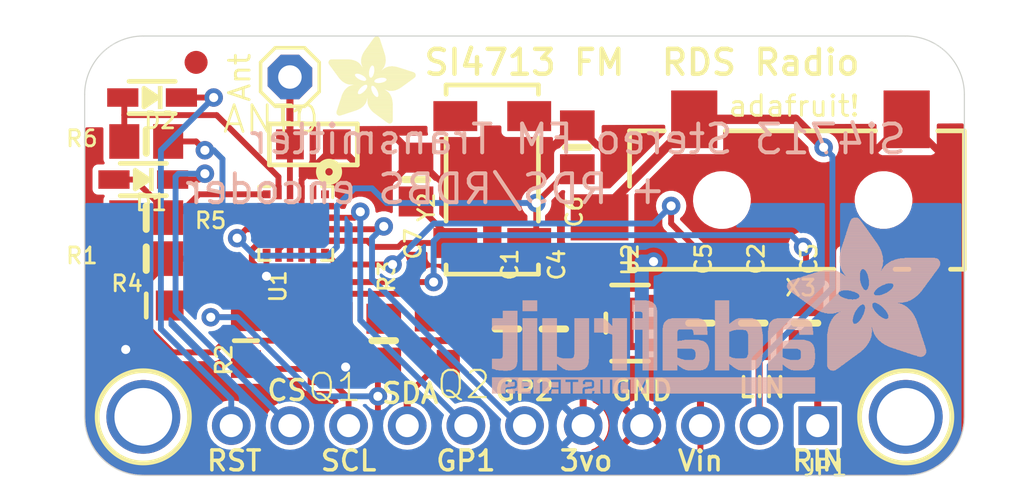
<source format=kicad_pcb>
(kicad_pcb (version 20221018) (generator pcbnew)
  (layers (0 "F.Cu" signal) (31 "B.Cu" signal) (34 "B.Paste" user) (35 "F.Paste" user) (36 "B.SilkS" user "B.Silkscreen") (37 "F.SilkS" user "F.Silkscreen") (38 "B.Mask" user) (39 "F.Mask" user) (44 "Edge.Cuts" user))
  (net 0 "")
  (net 1 "GND")
  (net 2 "N$3")
  (net 3 "N$4")
  (net 4 "LIN")
  (net 5 "RIN")
  (net 6 "RCLK")
  (net 7 "SEN(AD/CS)")
  (net 8 "RST")
  (net 9 "N$1")
  (net 10 "GPO1")
  (net 11 "GPO2")
  (net 12 "SDA_3.3V")
  (net 13 "SCL_3.3V")
  (net 14 "SDA_5.0V")
  (net 15 "SCL_5.0V")
  (net 16 "+3V3")
  (net 17 "+5V")
  (net 18 "CS_5.0V")
  (net 19 "RST_5.0V")
  (net 20 "N$6")
  (footprint "working:1X11_ROUND" (layer "F.Cu") (at 148.5011 112.3696 180)
    (fp_text reference "JP1" (at -14.0462 -1.8288) (layer "F.SilkS") (effects (font (size 0.692831 0.692831) (thickness 0.119969)) (justify right)))
    (fp_text value "")
    (pad "1" thru_hole rect (at -12.7 0 270) (size 1.6764 1.6764) (drill 1) (layers "*.Cu" "*.Mask") (net 5 "RIN"))
    (pad "2" thru_hole circle (at -10.16 0 270) (size 1.6764 1.6764) (drill 1) (layers "*.Cu" "*.Mask") (net 4 "LIN"))
    (pad "3" thru_hole circle (at -7.62 0 270) (size 1.6764 1.6764) (drill 1) (layers "*.Cu" "*.Mask") (net 17 "+5V"))
    (pad "4" thru_hole circle (at -5.08 0 270) (size 1.6764 1.6764) (drill 1) (layers "*.Cu" "*.Mask") (net 1 "GND"))
    (pad "5" thru_hole circle (at -2.54 0 270) (size 1.6764 1.6764) (drill 1) (layers "*.Cu" "*.Mask") (net 16 "+3V3"))
    (pad "6" thru_hole circle (at 0 0 270) (size 1.6764 1.6764) (drill 1) (layers "*.Cu" "*.Mask") (net 11 "GPO2"))
    (pad "7" thru_hole circle (at 2.54 0 270) (size 1.6764 1.6764) (drill 1) (layers "*.Cu" "*.Mask") (net 10 "GPO1"))
    (pad "8" thru_hole circle (at 5.08 0 270) (size 1.6764 1.6764) (drill 1) (layers "*.Cu" "*.Mask") (net 14 "SDA_5.0V"))
    (pad "9" thru_hole circle (at 7.62 0 270) (size 1.6764 1.6764) (drill 1) (layers "*.Cu" "*.Mask") (net 15 "SCL_5.0V"))
    (pad "10" thru_hole circle (at 10.16 0 270) (size 1.6764 1.6764) (drill 1) (layers "*.Cu" "*.Mask") (net 18 "CS_5.0V"))
    (pad "11" thru_hole circle (at 12.7 0 270) (size 1.6764 1.6764) (drill 1) (layers "*.Cu" "*.Mask") (net 19 "RST_5.0V"))
  )
  (footprint "working:4UCONN_19269" (layer "F.Cu") (at 167.5511 102.5906 180)
    (fp_text reference "X3" (at 6.35 -3.81) (layer "F.SilkS") (effects (font (size 0.692831 0.692831) (thickness 0.119969)) (justify right)))
    (fp_text value "3.5mm stereo")
    (pad "" np_thru_hole circle (at 3.5 0 180) (size 2 2) (drill 2) (layers "*.Cu" "*.Mask"))
    (pad "" np_thru_hole circle (at 10.5 0 180) (size 2 2) (drill 2) (layers "*.Cu" "*.Mask"))
    (pad "1" smd rect (at 2.5 3.5 180) (size 2 2.5) (layers "F.Cu" "F.Paste" "F.Mask") (net 1 "GND"))
    (pad "2" smd rect (at 11.7 3.5 180) (size 2 2.5) (layers "F.Cu" "F.Paste" "F.Mask") (net 4 "LIN"))
    (pad "3" smd rect (at 4.3 -3.5 180) (size 2 2.5) (layers "F.Cu" "F.Paste" "F.Mask") (net 5 "RIN"))
    (pad "4" smd rect (at 15.8 -0.75 270) (size 2 2.5) (layers "F.Cu" "F.Paste" "F.Mask") (net 4 "LIN"))
    (pad "5" smd rect (at 1.5 -3.5 180) (size 1.2 2.5) (layers "F.Cu" "F.Paste" "F.Mask") (net 5 "RIN"))
  )
  (footprint "working:SOD-323" (layer "F.Cu") (at 132.3721 98.1456 180)
    (fp_text reference "D2" (at -1.1 -1) (layer "F.SilkS") (effects (font (size 0.692831 0.692831) (thickness 0.119969)) (justify right)))
    (fp_text value "1n4148")
    (pad "A" smd rect (at 1.27 0 180) (size 1.35 0.8) (layers "F.Cu" "F.Paste" "F.Mask") (net 8 "RST"))
    (pad "C" smd rect (at -1.27 0 180) (size 1.35 0.8) (layers "F.Cu" "F.Paste" "F.Mask") (net 19 "RST_5.0V"))
  )
  (footprint "working:0805-NO" (layer "F.Cu") (at 158.4071 107.9246 90)
    (fp_text reference "C2" (at 2.032 0.127 90) (layer "F.SilkS") (effects (font (size 0.692831 0.692831) (thickness 0.119969)) (justify left)))
    (fp_text value "0.47uF")
    (pad "1" smd rect (at -0.95 0 90) (size 1.3 1.5) (layers "F.Cu" "F.Paste" "F.Mask") (net 4 "LIN"))
    (pad "2" smd rect (at 0.95 0 90) (size 1.3 1.5) (layers "F.Cu" "F.Paste" "F.Mask") (net 2 "N$3"))
  )
  (footprint "working:1X01" (layer "F.Cu") (at 138.3411 97.2566 180)
    (fp_text reference "ANT0" (at -1.3462 -1.8288) (layer "F.SilkS") (effects (font (size 1.1557 1.1557) (thickness 0.1143)) (justify right)))
    (fp_text value "")
    (pad "1" thru_hole roundrect (at 0 0 180) (size 1.9304 1.9304) (drill 1.016) (layers "*.Cu" "*.Mask") (chamfer_ratio 0.2928932188) (chamfer top_left top_right bottom_left bottom_right) (net 9 "N$1"))
  )
  (footprint "working:ADAFRUIT_3.5MM" (layer "F.Cu") (at 139.9921 99.2886)
    (fp_text reference "U$7" hide)
    (fp_text value "" hide)
  )
  (footprint "working:SI471X" (layer "F.Cu") (at 138.5951 103.6066 -90)
    (fp_text reference "U1" (at 1.955 0.77 90) (layer "F.SilkS") (effects (font (size 0.692831 0.692831) (thickness 0.119969)) (justify right)))
    (fp_text value "Si471x")
    (pad "1" smd rect (at -1.265 -1.265 270) (size 0.34 0.34) (layers "F.Cu" "F.Paste" "F.Mask"))
    (pad "2" smd rect (at -1.355 -0.75) (size 0.28 0.61) (layers "F.Cu" "F.Paste" "F.Mask"))
    (pad "3" smd rect (at -1.355 -0.25) (size 0.28 0.61) (layers "F.Cu" "F.Paste" "F.Mask") (net 1 "GND"))
    (pad "4" smd rect (at -1.355 0.25) (size 0.28 0.61) (layers "F.Cu" "F.Paste" "F.Mask") (net 9 "N$1"))
    (pad "5" smd rect (at -1.355 0.75) (size 0.28 0.61) (layers "F.Cu" "F.Paste" "F.Mask") (net 8 "RST"))
    (pad "6" smd rect (at -1.265 1.265 270) (size 0.34 0.34) (layers "F.Cu" "F.Paste" "F.Mask") (net 7 "SEN(AD/CS)"))
    (pad "7" smd rect (at -0.75 1.355 90) (size 0.28 0.61) (layers "F.Cu" "F.Paste" "F.Mask") (net 13 "SCL_3.3V"))
    (pad "8" smd rect (at -0.25 1.355 90) (size 0.28 0.61) (layers "F.Cu" "F.Paste" "F.Mask") (net 12 "SDA_3.3V"))
    (pad "9" smd rect (at 0.25 1.355 90) (size 0.28 0.61) (layers "F.Cu" "F.Paste" "F.Mask") (net 6 "RCLK"))
    (pad "10" smd rect (at 0.75 1.355 90) (size 0.28 0.61) (layers "F.Cu" "F.Paste" "F.Mask") (net 16 "+3V3"))
    (pad "11" smd rect (at 1.265 1.265 270) (size 0.34 0.34) (layers "F.Cu" "F.Paste" "F.Mask") (net 16 "+3V3"))
    (pad "12" smd rect (at 1.355 0.75 180) (size 0.28 0.61) (layers "F.Cu" "F.Paste" "F.Mask") (net 1 "GND"))
    (pad "13" smd rect (at 1.355 0.25 180) (size 0.28 0.61) (layers "F.Cu" "F.Paste" "F.Mask") (net 1 "GND"))
    (pad "14" smd rect (at 1.355 -0.25 180) (size 0.28 0.61) (layers "F.Cu" "F.Paste" "F.Mask") (net 1 "GND"))
    (pad "15" smd rect (at 1.355 -0.75 180) (size 0.28 0.61) (layers "F.Cu" "F.Paste" "F.Mask") (net 3 "N$4"))
    (pad "16" smd rect (at 1.265 -1.265 270) (size 0.34 0.34) (layers "F.Cu" "F.Paste" "F.Mask") (net 2 "N$3"))
    (pad "17" smd rect (at 0.75 -1.355 270) (size 0.28 0.61) (layers "F.Cu" "F.Paste" "F.Mask") (net 20 "N$6"))
    (pad "18" smd rect (at 0.25 -1.355 270) (size 0.28 0.61) (layers "F.Cu" "F.Paste" "F.Mask") (net 11 "GPO2"))
    (pad "19" smd rect (at -0.25 -1.355 270) (size 0.28 0.61) (layers "F.Cu" "F.Paste" "F.Mask") (net 10 "GPO1"))
    (pad "20" smd rect (at -0.75 -1.355 270) (size 0.28 0.61) (layers "F.Cu" "F.Paste" "F.Mask"))
    (pad "THERM" smd rect (at 0 0 270) (size 1.6 1.6) (layers "F.Cu" "F.Paste" "F.Mask") (net 1 "GND"))
  )
  (footprint "working:MOUNTINGHOLE_2.5_PLATED" (layer "F.Cu") (at 131.9911 111.9886 180)
    (fp_text reference "U$17" hide)
    (fp_text value "MOUNTINGHOLE2.5" hide)
    (pad "P$1" thru_hole circle (at 0 0 180) (size 3.2 3.2) (drill 2.5) (layers "*.Cu" "*.Mask"))
    (zone (net 0) (net_name "") (layer "F.Cu") (connect_pads (clearance 0)) (min_thickness 0.25)
      (keepout (tracks not_allowed) (vias not_allowed) (pads not_allowed) (copperpour not_allowed) (footprints allowed))
      (fill (thermal_gap 0.5) (thermal_bridge_width 0.5))
      (polygon (pts (xy 129.9751 111.9886) (xy 129.99472 112.269173) (xy 130.053196 112.544285) (xy 130.149392 112.808581) (xy 130.281435 113.056917) (xy 130.446754 113.28446) (xy 130.642133 113.48678) (xy 130.863767 113.65994) (xy 131.107344 113.800569) (xy 131.368122 113.90593) (xy 131.641025 113.973972) (xy 131.920743 114.003372) (xy 132.201829 113.993556) (xy 132.478815 113.944716) (xy 132.746307 113.857803) (xy 132.9991 113.734507) (xy 133.232274 113.57723) (xy 133.441289 113.389031) (xy 133.622078 113.173575) (xy 133.771122 112.935055) (xy 133.88552 112.678113) (xy 133.963046 112.40775) (xy 134.002189 112.129229) (xy 134.002189 111.847971) (xy 133.963046 111.56945) (xy 133.88552 111.299087) (xy 133.771122 111.042145) (xy 133.622078 110.803625) (xy 133.441289 110.588169) (xy 133.232274 110.39997) (xy 132.9991 110.242693) (xy 132.746307 110.119397) (xy 132.478815 110.032484) (xy 132.201829 109.983644) (xy 131.920743 109.973828) (xy 131.641025 110.003228) (xy 131.368122 110.07127) (xy 131.107344 110.176631) (xy 130.863767 110.31726) (xy 130.642133 110.49042) (xy 130.446754 110.69274) (xy 130.281435 110.920283) (xy 130.149392 111.168619) (xy 130.053196 111.432915) (xy 129.99472 111.708027)))
      (polygon (pts (xy 132.0071 111.9886) (xy 132.002414 111.977286) (xy 131.9911 111.9726) (xy 131.979786 111.977286) (xy 131.9751 111.9886) (xy 131.979786 111.999914) (xy 131.9911 112.0046) (xy 132.002414 111.999914)))
    )
    (zone (net 0) (net_name "") (layer "B.Cu") (connect_pads (clearance 0)) (min_thickness 0.25)
      (keepout (tracks not_allowed) (vias not_allowed) (pads not_allowed) (copperpour not_allowed) (footprints allowed))
      (fill (thermal_gap 0.5) (thermal_bridge_width 0.5))
      (polygon (pts (xy 129.9751 111.9886) (xy 129.99472 112.269173) (xy 130.053196 112.544285) (xy 130.149392 112.808581) (xy 130.281435 113.056917) (xy 130.446754 113.28446) (xy 130.642133 113.48678) (xy 130.863767 113.65994) (xy 131.107344 113.800569) (xy 131.368122 113.90593) (xy 131.641025 113.973972) (xy 131.920743 114.003372) (xy 132.201829 113.993556) (xy 132.478815 113.944716) (xy 132.746307 113.857803) (xy 132.9991 113.734507) (xy 133.232274 113.57723) (xy 133.441289 113.389031) (xy 133.622078 113.173575) (xy 133.771122 112.935055) (xy 133.88552 112.678113) (xy 133.963046 112.40775) (xy 134.002189 112.129229) (xy 134.002189 111.847971) (xy 133.963046 111.56945) (xy 133.88552 111.299087) (xy 133.771122 111.042145) (xy 133.622078 110.803625) (xy 133.441289 110.588169) (xy 133.232274 110.39997) (xy 132.9991 110.242693) (xy 132.746307 110.119397) (xy 132.478815 110.032484) (xy 132.201829 109.983644) (xy 131.920743 109.973828) (xy 131.641025 110.003228) (xy 131.368122 110.07127) (xy 131.107344 110.176631) (xy 130.863767 110.31726) (xy 130.642133 110.49042) (xy 130.446754 110.69274) (xy 130.281435 110.920283) (xy 130.149392 111.168619) (xy 130.053196 111.432915) (xy 129.99472 111.708027)))
      (polygon (pts (xy 132.0071 111.9886) (xy 132.002414 111.977286) (xy 131.9911 111.9726) (xy 131.979786 111.977286) (xy 131.9751 111.9886) (xy 131.979786 111.999914) (xy 131.9911 112.0046) (xy 132.002414 111.999914)))
    )
  )
  (footprint "working:0805-NO" (layer "F.Cu") (at 156.1211 107.9246 90)
    (fp_text reference "C5" (at 2.032 0.127 90) (layer "F.SilkS") (effects (font (size 0.692831 0.692831) (thickness 0.119969)) (justify left)))
    (fp_text value "10uF")
    (pad "1" smd rect (at -0.95 0 90) (size 1.3 1.5) (layers "F.Cu" "F.Paste" "F.Mask") (net 17 "+5V"))
    (pad "2" smd rect (at 0.95 0 90) (size 1.3 1.5) (layers "F.Cu" "F.Paste" "F.Mask") (net 1 "GND"))
  )
  (footprint "working:_0805MP" (layer "F.Cu") (at 132.1181 107.1626)
    (fp_text reference "R4" (at -1.5875 -0.9525) (layer "F.SilkS") (effects (font (size 0.692831 0.692831) (thickness 0.119969)) (justify left)))
    (fp_text value "10K")
    (pad "1" smd rect (at -1.016 0) (size 1.2 1.3) (layers "F.Cu" "F.Paste" "F.Mask") (net 16 "+3V3"))
    (pad "2" smd rect (at 1.016 0) (size 1.2 1.3) (layers "F.Cu" "F.Paste" "F.Mask") (net 12 "SDA_3.3V"))
  )
  (footprint "working:0805-NO" (layer "F.Cu") (at 160.6931 107.9246 90)
    (fp_text reference "C3" (at 2.032 0.127 90) (layer "F.SilkS") (effects (font (size 0.692831 0.692831) (thickness 0.119969)) (justify left)))
    (fp_text value "0.47uF")
    (pad "1" smd rect (at -0.95 0 90) (size 1.3 1.5) (layers "F.Cu" "F.Paste" "F.Mask") (net 5 "RIN"))
    (pad "2" smd rect (at 0.95 0 90) (size 1.3 1.5) (layers "F.Cu" "F.Paste" "F.Mask") (net 3 "N$4"))
  )
  (footprint "working:CRYSTAL_8X3.8" (layer "F.Cu") (at 147.1041 101.7016 90)
    (fp_text reference "Y2" (at -1.9 -2.854 90) (layer "F.SilkS") (effects (font (size 0.692831 0.692831) (thickness 0.119969)) (justify left)))
    (fp_text value "32.768")
    (pad "P$1" smd rect (at -2.75 1.6 90) (size 1.3 1.9) (layers "F.Cu" "F.Paste" "F.Mask") (net 6 "RCLK"))
    (pad "P$2" smd rect (at 2.75 1.6 90) (size 1.3 1.9) (layers "F.Cu" "F.Paste" "F.Mask"))
    (pad "P$3" smd rect (at 2.75 -1.6 90) (size 1.3 1.9) (layers "F.Cu" "F.Paste" "F.Mask"))
    (pad "P$4" smd rect (at -2.75 -1.6 90) (size 1.3 1.9) (layers "F.Cu" "F.Paste" "F.Mask") (net 20 "N$6"))
  )
  (footprint "working:0805-NO" (layer "F.Cu") (at 147.7391 108.1786 90)
    (fp_text reference "C1" (at 2.032 0.127 90) (layer "F.SilkS") (effects (font (size 0.692831 0.692831) (thickness 0.119969)) (justify left)))
    (fp_text value "22nF")
    (pad "1" smd rect (at -0.95 0 90) (size 1.3 1.5) (layers "F.Cu" "F.Paste" "F.Mask") (net 16 "+3V3"))
    (pad "2" smd rect (at 0.95 0 90) (size 1.3 1.5) (layers "F.Cu" "F.Paste" "F.Mask") (net 1 "GND"))
  )
  (footprint "working:MOUNTINGHOLE_2.5_PLATED" (layer "F.Cu") (at 165.0111 111.9886 180)
    (fp_text reference "U$15" hide)
    (fp_text value "MOUNTINGHOLE2.5" hide)
    (pad "P$1" thru_hole circle (at 0 0 180) (size 3.2 3.2) (drill 2.5) (layers "*.Cu" "*.Mask"))
    (zone (net 0) (net_name "") (layer "F.Cu") (connect_pads (clearance 0)) (min_thickness 0.25)
      (keepout (tracks not_allowed) (vias not_allowed) (pads not_allowed) (copperpour not_allowed) (footprints allowed))
      (fill (thermal_gap 0.5) (thermal_bridge_width 0.5))
      (polygon (pts (xy 162.9951 111.9886) (xy 163.01472 112.269173) (xy 163.073196 112.544285) (xy 163.169392 112.808581) (xy 163.301435 113.056917) (xy 163.466754 113.28446) (xy 163.662133 113.48678) (xy 163.883767 113.65994) (xy 164.127344 113.800569) (xy 164.388122 113.90593) (xy 164.661025 113.973972) (xy 164.940743 114.003372) (xy 165.221829 113.993556) (xy 165.498815 113.944716) (xy 165.766307 113.857803) (xy 166.0191 113.734507) (xy 166.252274 113.57723) (xy 166.461289 113.389031) (xy 166.642078 113.173575) (xy 166.791122 112.935055) (xy 166.90552 112.678113) (xy 166.983046 112.40775) (xy 167.022189 112.129229) (xy 167.022189 111.847971) (xy 166.983046 111.56945) (xy 166.90552 111.299087) (xy 166.791122 111.042145) (xy 166.642078 110.803625) (xy 166.461289 110.588169) (xy 166.252274 110.39997) (xy 166.0191 110.242693) (xy 165.766307 110.119397) (xy 165.498815 110.032484) (xy 165.221829 109.983644) (xy 164.940743 109.973828) (xy 164.661025 110.003228) (xy 164.388122 110.07127) (xy 164.127344 110.176631) (xy 163.883767 110.31726) (xy 163.662133 110.49042) (xy 163.466754 110.69274) (xy 163.301435 110.920283) (xy 163.169392 111.168619) (xy 163.073196 111.432915) (xy 163.01472 111.708027)))
      (polygon (pts (xy 165.0271 111.9886) (xy 165.022414 111.977286) (xy 165.0111 111.9726) (xy 164.999786 111.977286) (xy 164.9951 111.9886) (xy 164.999786 111.999914) (xy 165.0111 112.0046) (xy 165.022414 111.999914)))
    )
    (zone (net 0) (net_name "") (layer "B.Cu") (connect_pads (clearance 0)) (min_thickness 0.25)
      (keepout (tracks not_allowed) (vias not_allowed) (pads not_allowed) (copperpour not_allowed) (footprints allowed))
      (fill (thermal_gap 0.5) (thermal_bridge_width 0.5))
      (polygon (pts (xy 162.9951 111.9886) (xy 163.01472 112.269173) (xy 163.073196 112.544285) (xy 163.169392 112.808581) (xy 163.301435 113.056917) (xy 163.466754 113.28446) (xy 163.662133 113.48678) (xy 163.883767 113.65994) (xy 164.127344 113.800569) (xy 164.388122 113.90593) (xy 164.661025 113.973972) (xy 164.940743 114.003372) (xy 165.221829 113.993556) (xy 165.498815 113.944716) (xy 165.766307 113.857803) (xy 166.0191 113.734507) (xy 166.252274 113.57723) (xy 166.461289 113.389031) (xy 166.642078 113.173575) (xy 166.791122 112.935055) (xy 166.90552 112.678113) (xy 166.983046 112.40775) (xy 167.022189 112.129229) (xy 167.022189 111.847971) (xy 166.983046 111.56945) (xy 166.90552 111.299087) (xy 166.791122 111.042145) (xy 166.642078 110.803625) (xy 166.461289 110.588169) (xy 166.252274 110.39997) (xy 166.0191 110.242693) (xy 165.766307 110.119397) (xy 165.498815 110.032484) (xy 165.221829 109.983644) (xy 164.940743 109.973828) (xy 164.661025 110.003228) (xy 164.388122 110.07127) (xy 164.127344 110.176631) (xy 163.883767 110.31726) (xy 163.662133 110.49042) (xy 163.466754 110.69274) (xy 163.301435 110.920283) (xy 163.169392 111.168619) (xy 163.073196 111.432915) (xy 163.01472 111.708027)))
      (polygon (pts (xy 165.0271 111.9886) (xy 165.022414 111.977286) (xy 165.0111 111.9726) (xy 164.999786 111.977286) (xy 164.9951 111.9886) (xy 164.999786 111.999914) (xy 165.0111 112.0046) (xy 165.022414 111.999914)))
    )
  )
  (footprint "working:FIDUCIAL_1MM" (layer "F.Cu") (at 165.2651 108.6866 180)
    (fp_text reference "FID2" hide)
    (fp_text value "FIDUCIAL\"\"" hide)
    (pad "1" smd roundrect (at 0 0 180) (size 1 1) (layers "F.Cu" "F.Mask") (roundrect_rratio 0.5))
  )
  (footprint "working:0805-NO" (layer "F.Cu") (at 132.1181 103.3526)
    (fp_text reference "R5" (at 2.032 0.127) (layer "F.SilkS") (effects (font (size 0.692831 0.692831) (thickness 0.119969)) (justify left)))
    (fp_text value "10K")
    (pad "1" smd rect (at -0.95 0) (size 1.3 1.5) (layers "F.Cu" "F.Paste" "F.Mask") (net 16 "+3V3"))
    (pad "2" smd rect (at 0.95 0) (size 1.3 1.5) (layers "F.Cu" "F.Paste" "F.Mask") (net 7 "SEN(AD/CS)"))
  )
  (footprint "working:0805-NO" (layer "F.Cu") (at 143.8021 101.7016 -90)
    (fp_text reference "C7" (at 2.032 0.127 90) (layer "F.SilkS") (effects (font (size 0.692831 0.692831) (thickness 0.119969)) (justify right)))
    (fp_text value "20pF")
    (pad "1" smd rect (at -0.95 0 270) (size 1.3 1.5) (layers "F.Cu" "F.Paste" "F.Mask") (net 1 "GND"))
    (pad "2" smd rect (at 0.95 0 270) (size 1.3 1.5) (layers "F.Cu" "F.Paste" "F.Mask") (net 20 "N$6"))
  )
  (footprint "working:SOT23" (layer "F.Cu") (at 145.1991 108.6866 180)
    (fp_text reference "Q2" (at -1.905 -1.905) (layer "F.SilkS") (effects (font (size 1.176528 1.176528) (thickness 0.093472)) (justify right)))
    (fp_text value "BSS138")
    (pad "1" smd rect (at -0.95 1.1 180) (size 1 1.4) (layers "F.Cu" "F.Paste" "F.Mask") (net 16 "+3V3"))
    (pad "2" smd rect (at 0.95 1.1 180) (size 1 1.4) (layers "F.Cu" "F.Paste" "F.Mask") (net 12 "SDA_3.3V"))
    (pad "3" smd rect (at 0 -1.1 180) (size 1 1.4) (layers "F.Cu" "F.Paste" "F.Mask") (net 14 "SDA_5.0V"))
  )
  (footprint "working:0805-NO" (layer "F.Cu") (at 132.1181 105.1306 180)
    (fp_text reference "R1" (at 2.032 0.127) (layer "F.SilkS") (effects (font (size 0.692831 0.692831) (thickness 0.119969)) (justify right)))
    (fp_text value "10K")
    (pad "1" smd rect (at -0.95 0 180) (size 1.3 1.5) (layers "F.Cu" "F.Paste" "F.Mask") (net 13 "SCL_3.3V"))
    (pad "2" smd rect (at 0.95 0 180) (size 1.3 1.5) (layers "F.Cu" "F.Paste" "F.Mask") (net 16 "+3V3"))
  )
  (footprint "working:SOD-323" (layer "F.Cu") (at 131.9911 101.7016 180)
    (fp_text reference "D1" (at -1.1 -1) (layer "F.SilkS") (effects (font (size 0.692831 0.692831) (thickness 0.119969)) (justify right)))
    (fp_text value "1n4148")
    (pad "A" smd rect (at 1.27 0 180) (size 1.35 0.8) (layers "F.Cu" "F.Paste" "F.Mask") (net 7 "SEN(AD/CS)"))
    (pad "C" smd rect (at -1.27 0 180) (size 1.35 0.8) (layers "F.Cu" "F.Paste" "F.Mask") (net 18 "CS_5.0V"))
  )
  (footprint "working:_0805" (layer "F.Cu") (at 139.3571 100.1776)
    (fp_text reference "L1" (at -1.5875 -1.27) (layer "F.SilkS") (effects (font (size 0.692831 0.692831) (thickness 0.119969)) (justify left)))
    (fp_text value "120nH")
    (pad "1" smd rect (at -1.016 0) (size 1.2 1.3) (layers "F.Cu" "F.Paste" "F.Mask") (net 9 "N$1"))
    (pad "2" smd rect (at 1.016 0) (size 1.2 1.3) (layers "F.Cu" "F.Paste" "F.Mask") (net 1 "GND"))
  )
  (footprint "working:0805-NO" (layer "F.Cu") (at 142.4051 108.6866 90)
    (fp_text reference "R3" (at 2.032 0.127 90) (layer "F.SilkS") (effects (font (size 0.692831 0.692831) (thickness 0.119969)) (justify left)))
    (fp_text value "10K")
    (pad "1" smd rect (at -0.95 0 90) (size 1.3 1.5) (layers "F.Cu" "F.Paste" "F.Mask") (net 17 "+5V"))
    (pad "2" smd rect (at 0.95 0 90) (size 1.3 1.5) (layers "F.Cu" "F.Paste" "F.Mask") (net 14 "SDA_5.0V"))
  )
  (footprint "working:0805-NO" (layer "F.Cu") (at 132.1181 100.0506 180)
    (fp_text reference "R6" (at 2.032 0.127) (layer "F.SilkS") (effects (font (size 0.692831 0.692831) (thickness 0.119969)) (justify right)))
    (fp_text value "10K")
    (pad "1" smd rect (at -0.95 0 180) (size 1.3 1.5) (layers "F.Cu" "F.Paste" "F.Mask") (net 16 "+3V3"))
    (pad "2" smd rect (at 0.95 0 180) (size 1.3 1.5) (layers "F.Cu" "F.Paste" "F.Mask") (net 8 "RST"))
  )
  (footprint "working:0805-NO" (layer "F.Cu") (at 150.7871 100.3046 -90)
    (fp_text reference "C6" (at 2.032 0.127 90) (layer "F.SilkS") (effects (font (size 0.692831 0.692831) (thickness 0.119969)) (justify right)))
    (fp_text value "20pF")
    (pad "1" smd rect (at -0.95 0 270) (size 1.3 1.5) (layers "F.Cu" "F.Paste" "F.Mask") (net 1 "GND"))
    (pad "2" smd rect (at 0.95 0 270) (size 1.3 1.5) (layers "F.Cu" "F.Paste" "F.Mask") (net 6 "RCLK"))
  )
  (footprint "working:FIDUCIAL_1MM" (layer "F.Cu") (at 134.2771 96.6216 180)
    (fp_text reference "FID1" hide)
    (fp_text value "FIDUCIAL\"\"" hide)
    (pad "1" smd roundrect (at 0 0 180) (size 1 1) (layers "F.Cu" "F.Mask") (roundrect_rratio 0.5))
  )
  (footprint "working:_0805MP" (layer "F.Cu") (at 136.4361 108.6866 90)
    (fp_text reference "R2" (at -1.5875 -0.9525 90) (layer "F.SilkS") (effects (font (size 0.692831 0.692831) (thickness 0.119969)) (justify left)))
    (fp_text value "10K")
    (pad "1" smd rect (at -1.016 0 90) (size 1.2 1.3) (layers "F.Cu" "F.Paste" "F.Mask") (net 15 "SCL_5.0V"))
    (pad "2" smd rect (at 1.016 0 90) (size 1.2 1.3) (layers "F.Cu" "F.Paste" "F.Mask") (net 17 "+5V"))
  )
  (footprint "working:SOT23" (layer "F.Cu") (at 139.6111 108.8136 180)
    (fp_text reference "Q1" (at -1.905 -1.905) (layer "F.SilkS") (effects (font (size 1.176528 1.176528) (thickness 0.093472)) (justify right)))
    (fp_text value "BSS138")
    (pad "1" smd rect (at -0.95 1.1 180) (size 1 1.4) (layers "F.Cu" "F.Paste" "F.Mask") (net 16 "+3V3"))
    (pad "2" smd rect (at 0.95 1.1 180) (size 1 1.4) (layers "F.Cu" "F.Paste" "F.Mask") (net 13 "SCL_3.3V"))
    (pad "3" smd rect (at 0 -1.1 180) (size 1 1.4) (layers "F.Cu" "F.Paste" "F.Mask") (net 15 "SCL_5.0V"))
  )
  (footprint "working:SOT23-5" (layer "F.Cu") (at 153.0731 107.9246 90)
    (fp_text reference "U2" (at 1.978 0 90) (layer "F.SilkS") (effects (font (size 0.692831 0.692831) (thickness 0.119969)) (justify left)))
    (fp_text value "MIC5225-3.3")
    (pad "1" smd rect (at -0.95 1.3001 90) (size 0.55 1.2) (layers "F.Cu" "F.Paste" "F.Mask") (net 17 "+5V"))
    (pad "2" smd rect (at 0 1.3001 90) (size 0.55 1.2) (layers "F.Cu" "F.Paste" "F.Mask") (net 1 "GND"))
    (pad "3" smd rect (at 0.95 1.3001 90) (size 0.55 1.2) (layers "F.Cu" "F.Paste" "F.Mask") (net 17 "+5V"))
    (pad "4" smd rect (at 0.95 -1.3001 90) (size 0.55 1.2) (layers "F.Cu" "F.Paste" "F.Mask"))
    (pad "5" smd rect (at -0.95 -1.3001 90) (size 0.55 1.2) (layers "F.Cu" "F.Paste" "F.Mask") (net 16 "+3V3"))
  )
  (footprint "working:0805-NO" (layer "F.Cu") (at 149.7711 108.1786 90)
    (fp_text reference "C4" (at 2.032 0.127 90) (layer "F.SilkS") (effects (font (size 0.692831 0.692831) (thickness 0.119969)) (justify left)))
    (fp_text value "10uF")
    (pad "1" smd rect (at -0.95 0 90) (size 1.3 1.5) (layers "F.Cu" "F.Paste" "F.Mask") (net 16 "+3V3"))
    (pad "2" smd rect (at 0.95 0 90) (size 1.3 1.5) (layers "F.Cu" "F.Paste" "F.Mask") (net 1 "GND"))
  )
  (footprint "working:ADAFRUIT_TEXT_20MM" (layer "B.Cu") (at 166.6621 110.9726 180)
    (fp_text reference "U$9" hide)
    (fp_text value "" hide)
  )
  (gr_line (start 167.5511 98.0186) (end 167.5511 111.9886) (stroke (width 0.05)) (layer "Edge.Cuts"))
  (gr_arc (start 129.4511 98.0186) (mid 130.195049 96.222549) (end 131.9911 95.4786) (stroke (width 0.05)) (layer "Edge.Cuts"))
  (gr_line (start 129.4511 111.9886) (end 129.4511 98.0186) (stroke (width 0.05)) (layer "Edge.Cuts"))
  (gr_line (start 131.9911 95.4786) (end 165.0111 95.4786) (stroke (width 0.05)) (layer "Edge.Cuts"))
  (gr_arc (start 165.0111 95.4786) (mid 166.807151 96.222549) (end 167.5511 98.0186) (stroke (width 0.05)) (layer "Edge.Cuts"))
  (gr_line (start 165.0111 114.5286) (end 131.9911 114.5286) (stroke (width 0.05)) (layer "Edge.Cuts"))
  (gr_arc (start 167.5511 111.9886) (mid 166.807151 113.784651) (end 165.0111 114.5286) (stroke (width 0.05)) (layer "Edge.Cuts"))
  (gr_arc (start 131.9911 114.5286) (mid 130.195049 113.784651) (end 129.4511 111.9886) (stroke (width 0.05)) (layer "Edge.Cuts"))
  (gr_text "Si4713 Stereo FM Transmitter" (at 165.1381 100.6856) (layer "B.SilkS") (effects (font (size 1.251712 1.251712) (thickness 0.170688)) (justify left bottom mirror)))
  (gr_text "+ RDS/RDBS encoder" (at 154.7241 102.8446) (layer "B.SilkS") (effects (font (size 1.251712 1.251712) (thickness 0.170688)) (justify left bottom mirror)))
  (gr_text "Vin" (at 156.1211 113.8936) (layer "F.SilkS") (effects (font (size 0.8636 0.8636) (thickness 0.1524))))
  (gr_text "CS" (at 138.2141 110.8456) (layer "F.SilkS") (effects (font (size 0.8636 0.8636) (thickness 0.1524))))
  (gr_text "" (at 148.3741 113.7666) (layer "F.SilkS") (effects (font (size 1.0795 1.0795) (thickness 0.1905)) (justify left bottom)))
  (gr_text "RIN" (at 161.2011 113.8936) (layer "F.SilkS") (effects (font (size 0.8636 0.8636) (thickness 0.1524))))
  (gr_text "SI4713 FM  RDS Radio" (at 144.0561 97.2566) (layer "F.SilkS") (effects (font (size 1.0795 1.0795) (thickness 0.1905)) (justify left bottom)))
  (gr_text "SDA" (at 143.5481 110.9726) (layer "F.SilkS") (effects (font (size 0.8636 0.8636) (thickness 0.1524))))
  (gr_text "RST" (at 135.9281 113.8936) (layer "F.SilkS") (effects (font (size 0.8636 0.8636) (thickness 0.1524))))
  (gr_text "Ant" (at 136.6901 98.3996 90) (layer "F.SilkS") (effects (font (size 0.89408 0.89408) (thickness 0.12192)) (justify left bottom)))
  (gr_text "adafruit!" (at 157.2641 99.0346) (layer "F.SilkS") (effects (font (size 0.89408 0.89408) (thickness 0.12192)) (justify left bottom)))
  (gr_text "SCL" (at 140.8811 113.8936) (layer "F.SilkS") (effects (font (size 0.8636 0.8636) (thickness 0.1524))))
  (gr_text "LIN" (at 158.7881 110.7186) (layer "F.SilkS") (effects (font (size 0.8636 0.8636) (thickness 0.1524))))
  (gr_text "GND" (at 153.5811 110.8456) (layer "F.SilkS") (effects (font (size 0.8636 0.8636) (thickness 0.1524))))
  (gr_text "GP1" (at 145.9611 113.8936) (layer "F.SilkS") (effects (font (size 0.8636 0.8636) (thickness 0.1524))))
  (gr_text "GP2" (at 148.5011 110.8456) (layer "F.SilkS") (effects (font (size 0.8636 0.8636) (thickness 0.1524))))
  (gr_text "3vo" (at 151.1681 113.8936) (layer "F.SilkS") (effects (font (size 0.8636 0.8636) (thickness 0.1524))))
  (segment (start 156.1211 106.9746) (end 155.9281 106.9746) (width 0.254) (layer "F.Cu") (net 1))
  (segment (start 138.5951 103.7336) (end 138.5951 103.6066) (width 0.254) (layer "F.Cu") (net 1))
  (segment (start 150.7871 99.3546) (end 150.5941 99.3546) (width 0.254) (layer "F.Cu") (net 1))
  (segment (start 138.8451 101.7056) (end 139.2301 101.3206) (width 0.254) (layer "F.Cu") (net 1))
  (segment (start 138.8451 102.2516) (end 138.8451 101.7056) (width 0.254) (layer "F.Cu") (net 1))
  (segment (start 149.7711 100.1776) (end 149.1361 100.1776) (width 0.254) (layer "F.Cu") (net 1))
  (segment (start 137.8451 104.9616) (end 137.8331 104.9496) (width 0.254) (layer "F.Cu") (net 1))
  (segment (start 138.3451 104.2416) (end 138.3451 103.8566) (width 0.254) (layer "F.Cu") (net 1))
  (segment (start 154.9781 107.9246) (end 154.3732 107.9246) (width 0.254) (layer "F.Cu") (net 1))
  (segment (start 138.8451 102.2516) (end 138.8451 103.6066) (width 0.254) (layer "F.Cu") (net 1))
  (segment (start 137.8451 104.9616) (end 137.8451 104.7616) (width 0.254) (layer "F.Cu") (net 1))
  (segment (start 149.7711 107.2286) (end 149.7711 107.0356) (width 0.254) (layer "F.Cu") (net 1))
  (segment (start 138.8451 103.8566) (end 138.5951 103.6066) (width 0.254) (layer "F.Cu") (net 1))
  (segment (start 138.3451 104.9616) (end 138.3451 104.2416) (width 0.254) (layer "F.Cu") (net 1))
  (segment (start 138.3411 104.2416) (end 138.3451 104.2416) (width 0.254) (layer "F.Cu") (net 1))
  (segment (start 139.2301 101.3206) (end 140.5001 101.3206) (width 0.254) (layer "F.Cu") (net 1))
  (segment (start 154.0891 105.3846) (end 153.7081 105.3846) (width 0.254) (layer "F.Cu") (net 1))
  (segment (start 138.8451 104.9616) (end 138.8451 103.8566) (width 0.254) (layer "F.Cu") (net 1))
  (segment (start 137.8451 104.7616) (end 137.8331 104.7496) (width 0.254) (layer "F.Cu") (net 1))
  (segment (start 137.8331 104.9496) (end 137.8331 104.7496) (width 0.254) (layer "F.Cu") (net 1))
  (segment (start 149.7711 107.2286) (end 147.7391 107.2286) (width 0.254) (layer "F.Cu") (net 1))
  (segment (start 154.0891 105.2576) (end 154.0891 105.3846) (width 0.254) (layer "F.Cu") (net 1))
  (segment (start 140.5001 101.3206) (end 140.3731 101.1936) (width 0.254) (layer "F.Cu") (net 1))
  (segment (start 138.3451 103.8566) (end 138.5951 103.6066) (width 0.254) (layer "F.Cu") (net 1))
  (segment (start 155.9281 106.9746) (end 154.9781 107.9246) (width 0.254) (layer "F.Cu") (net 1))
  (segment (start 150.5941 99.3546) (end 149.7711 100.1776) (width 0.254) (layer "F.Cu") (net 1))
  (segment (start 137.8331 104.7496) (end 138.3411 104.2416) (width 0.254) (layer "F.Cu") (net 1))
  (segment (start 138.8451 103.6066) (end 138.5951 103.6066) (width 0.254) (layer "F.Cu") (net 1))
  (via (at 154.0891 105.2576) (size 0.8001) (drill 0.3937) (layers "F.Cu" "B.Cu") (net 1))
  (segment (start 153.5811 105.2576) (end 154.0891 105.2576) (width 0.6096) (layer "B.Cu") (net 1))
  (segment (start 153.5811 112.3696) (end 153.5811 105.2576) (width 0.6096) (layer "B.Cu") (net 1))
  (segment (start 154.8511 103.6066) (end 158.2191 106.9746) (width 0.254) (layer "F.Cu") (net 2))
  (segment (start 139.8601 104.8716) (end 140.3731 105.3846) (width 0.254) (layer "F.Cu") (net 2))
  (segment (start 140.3731 105.3846) (end 142.7861 105.3846) (width 0.254) (layer "F.Cu") (net 2))
  (segment (start 158.2191 106.9746) (end 158.4071 106.9746) (width 0.254) (layer "F.Cu") (net 2))
  (segment (start 154.8511 102.8446) (end 154.8511 103.6066) (width 0.254) (layer "F.Cu") (net 2))
  (via (at 142.7861 105.3846) (size 0.8001) (drill 0.3937) (layers "F.Cu" "B.Cu") (net 2))
  (via (at 154.8511 102.8446) (size 0.8001) (drill 0.3937) (layers "F.Cu" "B.Cu") (net 2))
  (segment (start 154.0891 103.6066) (end 154.8511 102.8446) (width 0.254) (layer "B.Cu") (net 2))
  (segment (start 144.5641 103.6066) (end 154.0891 103.6066) (width 0.254) (layer "B.Cu") (net 2))
  (segment (start 142.7861 105.3846) (end 144.5641 103.6066) (width 0.254) (layer "B.Cu") (net 2))
  (segment (start 139.3451 104.9616) (end 139.3451 105.8806) (width 0.254) (layer "F.Cu") (net 3))
  (segment (start 160.5661 104.6226) (end 160.6931 104.7496) (width 0.254) (layer "F.Cu") (net 3))
  (segment (start 139.6111 106.1466) (end 144.5641 106.1466) (width 0.254) (layer "F.Cu") (net 3))
  (segment (start 160.6931 104.7496) (end 160.6931 106.9746) (width 0.254) (layer "F.Cu") (net 3))
  (segment (start 139.3451 105.8806) (end 139.6111 106.1466) (width 0.254) (layer "F.Cu") (net 3))
  (via (at 144.5641 106.1466) (size 0.8001) (drill 0.3937) (layers "F.Cu" "B.Cu") (net 3))
  (via (at 160.5661 104.6226) (size 0.8001) (drill 0.3937) (layers "F.Cu" "B.Cu") (net 3))
  (segment (start 144.5641 104.3686) (end 144.8181 104.1146) (width 0.254) (layer "B.Cu") (net 3))
  (segment (start 160.0581 104.1146) (end 160.5661 104.6226) (width 0.254) (layer "B.Cu") (net 3))
  (segment (start 144.8181 104.1146) (end 160.0581 104.1146) (width 0.254) (layer "B.Cu") (net 3))
  (segment (start 144.5641 106.1466) (end 144.5641 104.3686) (width 0.254) (layer "B.Cu") (net 3))
  (segment (start 151.7511 103.1906) (end 155.8511 99.0906) (width 0.4064) (layer "F.Cu") (net 4))
  (segment (start 158.4071 108.8746) (end 158.6611 109.1286) (width 0.4064) (layer "F.Cu") (net 4))
  (segment (start 158.6611 112.3696) (end 158.6611 109.1286) (width 0.3048) (layer "F.Cu") (net 4))
  (segment (start 151.7511 103.3406) (end 151.7511 103.1906) (width 0.4064) (layer "F.Cu") (net 4))
  (segment (start 160.2411 99.0906) (end 161.4551 100.3046) (width 0.4064) (layer "F.Cu") (net 4))
  (segment (start 155.8511 99.0906) (end 160.2411 99.0906) (width 0.4064) (layer "F.Cu") (net 4))
  (via (at 161.4551 100.3046) (size 0.8001) (drill 0.3937) (layers "F.Cu" "B.Cu") (net 4))
  (segment (start 161.8361 100.6856) (end 161.4551 100.3046) (width 0.254) (layer "B.Cu") (net 4))
  (segment (start 161.8361 106.4006) (end 161.8361 100.6856) (width 0.254) (layer "B.Cu") (net 4))
  (segment (start 158.6611 112.3696) (end 158.6611 109.5756) (width 0.254) (layer "B.Cu") (net 4))
  (segment (start 158.6611 109.5756) (end 161.8361 106.4006) (width 0.254) (layer "B.Cu") (net 4))
  (segment (start 163.2511 106.0906) (end 163.2511 107.9066) (width 0.3048) (layer "F.Cu") (net 5))
  (segment (start 160.6931 108.9746) (end 160.6931 108.8746) (width 0.254) (layer "F.Cu") (net 5))
  (segment (start 161.6751 109.4826) (end 161.2011 109.4826) (width 0.254) (layer "F.Cu") (net 5))
  (segment (start 161.2011 112.3696) (end 161.2011 109.4826) (width 0.3048) (layer "F.Cu") (net 5))
  (segment (start 163.2511 107.9066) (end 162.2171 108.9406) (width 0.3048) (layer "F.Cu") (net 5))
  (segment (start 162.2171 108.9406) (end 161.6751 109.4826) (width 0.254) (layer "F.Cu") (net 5))
  (segment (start 166.0511 106.0906) (end 163.2511 106.0906) (width 0.3048) (layer "F.Cu") (net 5))
  (segment (start 161.2011 109.4826) (end 160.6931 108.9746) (width 0.254) (layer "F.Cu") (net 5))
  (segment (start 136.4401 103.8566) (end 136.0551 104.2416) (width 0.254) (layer "F.Cu") (net 6))
  (segment (start 150.4721 101.2546) (end 149.0091 102.7176) (width 0.254) (layer "F.Cu") (net 6))
  (segment (start 148.7041 104.4516) (end 149.0091 104.1466) (width 0.254) (layer "F.Cu") (net 6))
  (segment (start 149.0091 104.1466) (end 149.0091 102.7176) (width 0.254) (layer "F.Cu") (net 6))
  (segment (start 150.7871 101.2546) (end 150.4721 101.2546) (width 0.254) (layer "F.Cu") (net 6))
  (segment (start 149.0091 102.7176) (end 148.813178 102.521679) (width 0.254) (layer "F.Cu") (net 6))
  (segment (start 137.2401 103.8566) (end 136.4401 103.8566) (width 0.254) (layer "F.Cu") (net 6))
  (via (at 136.0551 104.2416) (size 0.8001) (drill 0.3937) (layers "F.Cu" "B.Cu") (net 6))
  (via (at 149.0091 102.7176) (size 0.8001) (drill 0.3937) (layers "F.Cu" "B.Cu") (net 6))
  (segment (start 140.3731 104.6226) (end 139.9921 105.0036) (width 0.254) (layer "B.Cu") (net 6))
  (segment (start 139.9921 105.0036) (end 136.8171 105.0036) (width 0.254) (layer "B.Cu") (net 6))
  (segment (start 141.1351 102.0826) (end 140.3731 102.8446) (width 0.254) (layer "B.Cu") (net 6))
  (segment (start 140.3731 102.8446) (end 140.3731 104.6226) (width 0.254) (layer "B.Cu") (net 6))
  (segment (start 136.8171 105.0036) (end 136.0551 104.2416) (width 0.254) (layer "B.Cu") (net 6))
  (segment (start 142.5321 102.7176) (end 141.8971 102.0826) (width 0.254) (layer "B.Cu") (net 6))
  (segment (start 149.0091 102.7176) (end 142.5321 102.7176) (width 0.254) (layer "B.Cu") (net 6))
  (segment (start 141.8971 102.0826) (end 141.1351 102.0826) (width 0.254) (layer "B.Cu") (net 6))
  (segment (start 130.7211 101.7016) (end 131.6101 101.7016) (width 0.254) (layer "F.Cu") (net 7))
  (segment (start 133.6421 103.0986) (end 133.3221 103.0986) (width 0.254) (layer "F.Cu") (net 7))
  (segment (start 133.3221 103.0986) (end 133.0681 103.3526) (width 0.254) (layer "F.Cu") (net 7))
  (segment (start 132.6261 102.9106) (end 133.0681 103.3526) (width 0.254) (layer "F.Cu") (net 7))
  (segment (start 134.3991 102.3416) (end 133.6421 103.0986) (width 0.254) (layer "F.Cu") (net 7))
  (segment (start 131.6101 101.7016) (end 132.6261 102.7176) (width 0.254) (layer "F.Cu") (net 7))
  (segment (start 137.3301 102.3416) (end 134.3991 102.3416) (width 0.254) (layer "F.Cu") (net 7))
  (segment (start 133.1341 103.3526) (end 133.0681 103.3526) (width 0.254) (layer "F.Cu") (net 7))
  (segment (start 132.6261 102.7176) (end 132.6261 102.9106) (width 0.254) (layer "F.Cu") (net 7))
  (segment (start 137.8451 102.2516) (end 137.8451 101.5866) (width 0.254) (layer "F.Cu") (net 8))
  (segment (start 131.1681 100.0506) (end 131.1681 98.9076) (width 0.254) (layer "F.Cu") (net 8))
  (segment (start 135.1661 98.9076) (end 131.1681 98.9076) (width 0.254) (layer "F.Cu") (net 8))
  (segment (start 137.8451 101.5866) (end 135.1661 98.9076) (width 0.254) (layer "F.Cu") (net 8))
  (segment (start 131.1681 98.1456) (end 131.1681 98.9076) (width 0.254) (layer "F.Cu") (net 8))
  (segment (start 131.1681 98.1456) (end 131.1021 98.1456) (width 0.254) (layer "F.Cu") (net 8))
  (segment (start 138.3411 100.1776) (end 138.3411 97.2566) (width 0.3048) (layer "F.Cu") (net 9))
  (segment (start 138.3411 102.2476) (end 138.3411 100.1776) (width 0.254) (layer "F.Cu") (net 9))
  (segment (start 138.3451 102.2516) (end 138.3411 102.2476) (width 0.254) (layer "F.Cu") (net 9))
  (segment (start 141.1311 103.3566) (end 141.3891 103.0986) (width 0.254) (layer "F.Cu") (net 10))
  (segment (start 139.9501 103.3566) (end 141.1311 103.3566) (width 0.254) (layer "F.Cu") (net 10))
  (via (at 141.3891 103.0986) (size 0.8001) (drill 0.3937) (layers "F.Cu" "B.Cu") (net 10))
  (segment (start 145.9611 112.3696) (end 141.3891 107.7976) (width 0.254) (layer "B.Cu") (net 10))
  (segment (start 141.3891 107.7976) (end 141.3891 103.0986) (width 0.254) (layer "B.Cu") (net 10))
  (segment (start 139.9501 103.8566) (end 142.2821 103.8566) (width 0.254) (layer "F.Cu") (net 11))
  (segment (start 142.2821 103.8566) (end 142.4051 103.7336) (width 0.254) (layer "F.Cu") (net 11))
  (via (at 142.4051 103.7336) (size 0.8001) (drill 0.3937) (layers "F.Cu" "B.Cu") (net 11))
  (segment (start 141.8971 106.0196) (end 148.2471 112.3696) (width 0.254) (layer "B.Cu") (net 11))
  (segment (start 148.2471 112.3696) (end 148.5011 112.3696) (width 0.254) (layer "B.Cu") (net 11))
  (segment (start 141.8971 104.2416) (end 142.4051 103.7336) (width 0.254) (layer "B.Cu") (net 11))
  (segment (start 141.8971 106.0196) (end 141.8971 104.2416) (width 0.254) (layer "B.Cu") (net 11))
  (segment (start 135.7971 103.3566) (end 135.0391 104.1146) (width 0.254) (layer "F.Cu") (net 12))
  (segment (start 143.6751 106.6546) (end 135.5471 106.6546) (width 0.254) (layer "F.Cu") (net 12))
  (segment (start 135.0391 106.1466) (end 135.5471 106.6546) (width 0.254) (layer "F.Cu") (net 12))
  (segment (start 135.5471 106.6546) (end 135.4201 106.6546) (width 0.254) (layer "F.Cu") (net 12))
  (segment (start 134.0231 107.1626) (end 133.1341 107.1626) (width 0.254) (layer "F.Cu") (net 12))
  (segment (start 135.0391 106.1466) (end 134.0231 107.1626) (width 0.254) (layer "F.Cu") (net 12))
  (segment (start 144.2491 107.2286) (end 144.2491 107.5866) (width 0.254) (layer "F.Cu") (net 12))
  (segment (start 135.0391 104.1146) (end 135.0391 106.1466) (width 0.254) (layer "F.Cu") (net 12))
  (segment (start 143.6751 106.6546) (end 144.2491 107.2286) (width 0.254) (layer "F.Cu") (net 12))
  (segment (start 137.2401 103.3566) (end 135.7971 103.3566) (width 0.254) (layer "F.Cu") (net 12))
  (segment (start 135.1541 102.8566) (end 134.1501 103.8606) (width 0.254) (layer "F.Cu") (net 13))
  (segment (start 137.9601 108.6866) (end 138.6611 107.9856) (width 0.254) (layer "F.Cu") (net 13))
  (segment (start 135.0391 109.1946) (end 133.2611 109.1946) (width 0.254) (layer "F.Cu") (net 13))
  (segment (start 132.1181 106.2076) (end 133.0681 105.2576) (width 0.254) (layer "F.Cu") (net 13))
  (segment (start 133.0681 105.2576) (end 133.0681 105.1306) (width 0.254) (layer "F.Cu") (net 13))
  (segment (start 137.2401 102.8566) (end 135.1541 102.8566) (width 0.254) (layer "F.Cu") (net 13))
  (segment (start 133.8961 105.1306) (end 133.0681 105.1306) (width 0.254) (layer "F.Cu") (net 13))
  (segment (start 138.6611 107.9856) (end 138.6611 107.7136) (width 0.254) (layer "F.Cu") (net 13))
  (segment (start 134.1501 103.8606) (end 134.1501 104.8766) (width 0.254) (layer "F.Cu") (net 13))
  (segment (start 133.2611 109.1946) (end 132.1181 108.0516) (width 0.254) (layer "F.Cu") (net 13))
  (segment (start 132.1181 108.0516) (end 132.1181 106.2076) (width 0.254) (layer "F.Cu") (net 13))
  (segment (start 137.9601 108.6866) (end 135.5471 108.6866) (width 0.254) (layer "F.Cu") (net 13))
  (segment (start 135.5471 108.6866) (end 135.0391 109.1946) (width 0.254) (layer "F.Cu") (net 13))
  (segment (start 134.1501 104.8766) (end 133.8961 105.1306) (width 0.254) (layer "F.Cu") (net 13))
  (segment (start 142.4711 107.7366) (end 144.5211 109.7866) (width 0.254) (layer "F.Cu") (net 14))
  (segment (start 144.5211 109.7866) (end 145.1991 109.7866) (width 0.254) (layer "F.Cu") (net 14))
  (segment (start 144.6911 109.7866) (end 145.1991 109.7866) (width 0.254) (layer "F.Cu") (net 14))
  (segment (start 142.4051 107.7366) (end 142.4711 107.7366) (width 0.254) (layer "F.Cu") (net 14))
  (segment (start 143.4211 111.0566) (end 144.6911 109.7866) (width 0.254) (layer "F.Cu") (net 14))
  (segment (start 143.4211 112.3696) (end 143.4211 111.0566) (width 0.3048) (layer "F.Cu") (net 14))
  (segment (start 140.8811 112.3696) (end 140.8811 111.9456) (width 0.3048) (layer "F.Cu") (net 15))
  (segment (start 139.6111 109.9136) (end 140.8811 111.1836) (width 0.254) (layer "F.Cu") (net 15))
  (segment (start 140.8811 111.1836) (end 140.8811 112.3696) (width 0.254) (layer "F.Cu") (net 15))
  (segment (start 136.4361 109.7026) (end 136.6471 109.9136) (width 0.254) (layer "F.Cu") (net 15))
  (segment (start 136.6471 109.9136) (end 139.6111 109.9136) (width 0.254) (layer "F.Cu") (net 15))
  (segment (start 147.7391 109.1286) (end 146.6751 109.1286) (width 0.254) (layer "F.Cu") (net 16))
  (segment (start 140.7541 109.8296) (end 140.7541 108.4146) (width 0.254) (layer "F.Cu") (net 16))
  (segment (start 140.7541 108.4146) (end 140.5611 108.2216) (width 0.254) (layer "F.Cu") (net 16))
  (segment (start 150.0251 108.8746) (end 151.773 108.8746) (width 0.3048) (layer "F.Cu") (net 16))
  (segment (start 146.1491 108.6026) (end 146.1491 107.5866) (width 0.254) (layer "F.Cu") (net 16))
  (segment (start 131.1681 105.1306) (end 131.1681 103.3526) (width 0.254) (layer "F.Cu") (net 16))
  (segment (start 137.0831 104.3566) (end 136.6901 104.7496) (width 0.254) (layer "F.Cu") (net 16))
  (segment (start 136.6901 104.7496) (end 136.6901 105.2576) (width 0.254) (layer "F.Cu") (net 16))
  (segment (start 134.2771 100.0506) (end 134.6581 100.4316) (width 0.254) (layer "F.Cu") (net 16))
  (segment (start 131.1021 107.1626) (end 131.1631 107.2236) (width 0.254) (layer "F.Cu") (net 16))
  (segment (start 133.0681 100.0506) (end 134.2771 100.0506) (width 0.254) (layer "F.Cu") (net 16))
  (segment (start 131.1021 105.1966) (end 131.1021 107.1626) (width 0.254) (layer "F.Cu") (net 16))
  (segment (start 131.1681 105.1306) (end 131.1021 105.1966) (width 0.254) (layer "F.Cu") (net 16))
  (segment (start 149.7711 109.1286) (end 150.0251 108.8746) (width 0.3048) (layer "F.Cu") (net 16))
  (segment (start 131.2291 107.2236) (end 131.2291 109.0676) (width 0.254) (layer "F.Cu") (net 16))
  (segment (start 140.5611 108.2216) (end 140.5611 107.7136) (width 0.254) (layer "F.Cu") (net 16))
  (segment (start 151.0411 109.6065) (end 151.773 108.8746) (width 0.3048) (layer "F.Cu") (net 16))
  (segment (start 137.3251 104.8766) (end 137.3251 105.8926) (width 0.254) (layer "F.Cu") (net 16))
  (segment (start 137.3301 104.8716) (end 137.3251 104.8766) (width 0.254) (layer "F.Cu") (net 16))
  (segment (start 151.0411 112.3696) (end 151.0411 109.6065) (width 0.3048) (layer "F.Cu") (net 16))
  (segment (start 137.2401 104.3566) (end 137.0831 104.3566) (width 0.254) (layer "F.Cu") (net 16))
  (segment (start 134.4041 100.1776) (end 134.6581 100.4316) (width 0.254) (layer "F.Cu") (net 16))
  (segment (start 147.7391 109.1286) (end 149.7711 109.1286) (width 0.3048) (layer "F.Cu") (net 16))
  (segment (start 131.1631 107.2236) (end 131.2291 107.2236) (width 0.254) (layer "F.Cu") (net 16))
  (segment (start 136.6901 105.2576) (end 137.3251 105.8926) (width 0.254) (layer "F.Cu") (net 16))
  (segment (start 146.6751 109.1286) (end 146.1491 108.6026) (width 0.254) (layer "F.Cu") (net 16))
  (via (at 134.6581 100.4316) (size 0.8001) (drill 0.3937) (layers "F.Cu" "B.Cu") (net 16))
  (via (at 140.7541 109.8296) (size 0.8001) (drill 0.3937) (layers "F.Cu" "B.Cu") (net 16))
  (via (at 137.3251 105.8926) (size 0.8001) (drill 0.3937) (layers "F.Cu" "B.Cu") (net 16))
  (via (at 131.2291 109.0676) (size 0.8001) (drill 0.3937) (layers "F.Cu" "B.Cu") (net 16))
  (segment (start 131.4831 109.0676) (end 131.6101 109.1946) (width 0.254) (layer "B.Cu") (net 16))
  (segment (start 135.4201 100.8126) (end 135.4201 103.2256) (width 0.254) (layer "B.Cu") (net 16))
  (segment (start 135.0391 100.4316) (end 135.4201 100.8126) (width 0.254) (layer "B.Cu") (net 16))
  (segment (start 140.7541 109.8296) (end 140.7541 110.2106) (width 0.254) (layer "B.Cu") (net 16))
  (segment (start 131.2291 109.0676) (end 131.4831 109.0676) (width 0.254) (layer "B.Cu") (net 16))
  (segment (start 134.6581 100.4316) (end 135.0391 100.4316) (width 0.254) (layer "B.Cu") (net 16))
  (segment (start 142.1511 113.8936) (end 156.1211 113.8936) (width 0.254) (layer "F.Cu") (net 17))
  (segment (start 136.4361 107.6706) (end 134.9121 107.6706) (width 0.254) (layer "F.Cu") (net 17))
  (segment (start 153.0731 106.9746) (end 153.0731 108.9406) (width 0.3048) (layer "F.Cu") (net 17))
  (segment (start 142.1511 109.8906) (end 142.4051 109.6366) (width 0.254) (layer "F.Cu") (net 17))
  (segment (start 156.1211 113.8936) (end 156.1211 112.3696) (width 0.254) (layer "F.Cu") (net 17))
  (segment (start 154.3732 108.9406) (end 154.3732 108.8746) (width 0.3048) (layer "F.Cu") (net 17))
  (segment (start 156.1211 112.3696) (end 156.1211 108.8746) (width 0.3048) (layer "F.Cu") (net 17))
  (segment (start 142.1511 111.0996) (end 142.1511 109.8906) (width 0.254) (layer "F.Cu") (net 17))
  (segment (start 156.1211 108.8746) (end 154.3732 108.8746) (width 0.3048) (layer "F.Cu") (net 17))
  (segment (start 153.0731 108.9406) (end 154.3732 108.9406) (width 0.3048) (layer "F.Cu") (net 17))
  (segment (start 154.3732 106.9746) (end 153.0731 106.9746) (width 0.3048) (layer "F.Cu") (net 17))
  (segment (start 142.1511 111.0996) (end 142.1511 113.8936) (width 0.254) (layer "F.Cu") (net 17))
  (via (at 142.1511 111.0996) (size 0.8001) (drill 0.3937) (layers "F.Cu" "B.Cu") (net 17))
  (via (at 134.9121 107.6706) (size 0.8001) (drill 0.3937) (layers "F.Cu" "B.Cu") (net 17))
  (segment (start 136.0551 107.6706) (end 139.4841 111.0996) (width 0.254) (layer "B.Cu") (net 17))
  (segment (start 136.0551 107.6706) (end 134.9121 107.6706) (width 0.254) (layer "B.Cu") (net 17))
  (segment (start 139.4841 111.0996) (end 142.1511 111.0996) (width 0.254) (layer "B.Cu") (net 17))
  (segment (start 134.4041 101.7016) (end 134.6581 101.4476) (width 0.254) (layer "F.Cu") (net 18))
  (segment (start 133.2611 101.7016) (end 134.4041 101.7016) (width 0.254) (layer "F.Cu") (net 18))
  (via (at 134.6581 101.4476) (size 0.8001) (drill 0.3937) (layers "F.Cu" "B.Cu") (net 18))
  (segment (start 133.3881 107.4166) (end 133.3881 101.5746) (width 0.254) (layer "B.Cu") (net 18))
  (segment (start 133.5151 101.4476) (end 134.6581 101.4476) (width 0.254) (layer "B.Cu") (net 18))
  (segment (start 138.3411 112.3696) (end 133.3881 107.4166) (width 0.254) (layer "B.Cu") (net 18))
  (segment (start 133.3881 101.5746) (end 133.5151 101.4476) (width 0.254) (layer "B.Cu") (net 18))
  (segment (start 133.6421 98.1456) (end 135.0391 98.1456) (width 0.254) (layer "F.Cu") (net 19))
  (via (at 135.0391 98.1456) (size 0.8001) (drill 0.3937) (layers "F.Cu" "B.Cu") (net 19))
  (segment (start 135.8011 112.1156) (end 135.8011 112.3696) (width 0.254) (layer "B.Cu") (net 19))
  (segment (start 132.7531 100.4316) (end 132.7531 108.1786) (width 0.254) (layer "B.Cu") (net 19))
  (segment (start 135.8011 111.2266) (end 135.8011 112.3696) (width 0.254) (layer "B.Cu") (net 19))
  (segment (start 132.7531 108.1786) (end 135.8011 111.2266) (width 0.254) (layer "B.Cu") (net 19))
  (segment (start 135.0391 98.1456) (end 132.7531 100.4316) (width 0.254) (layer "B.Cu") (net 19))
  (segment (start 143.2111 104.4516) (end 145.5041 104.4516) (width 0.254) (layer "F.Cu") (net 20))
  (segment (start 143.8021 102.7496) (end 145.5041 104.4516) (width 0.254) (layer "F.Cu") (net 20))
  (segment (start 139.9501 104.3566) (end 141.6971 104.3566) (width 0.254) (layer "F.Cu") (net 20))
  (segment (start 143.0401 104.6226) (end 143.2111 104.4516) (width 0.254) (layer "F.Cu") (net 20))
  (segment (start 143.8021 102.6516) (end 143.8021 102.7496) (width 0.254) (layer "F.Cu") (net 20))
  (segment (start 141.9631 104.6226) (end 143.0401 104.6226) (width 0.254) (layer "F.Cu") (net 20))
  (segment (start 141.6971 104.3566) (end 141.9631 104.6226) (width 0.254) (layer "F.Cu") (net 20))
  (zone (net 1) (net_name "GND") (layer "F.Cu") (priority 6) (connect_pads (clearance 0.254)) (min_thickness 0.127) (fill yes (thermal_gap 0.304) (thermal_bridge_width 0.304))
    (polygon (pts (xy 167.8051 114.7826) (xy 129.452164 114.7826) (xy 129.323032 99.438455) (xy 167.8051 99.265748)))
  )
  (zone (net 16) (net_name "+3V3") (layer "B.Cu") (priority 6) (connect_pads (clearance 0.000001)) (min_thickness 0.127) (fill yes (thermal_gap 0.304) (thermal_bridge_width 0.304))
    (polygon (pts (xy 167.4241 114.7826) (xy 129.1971 114.7826) (xy 129.1971 102.7176) (xy 167.4241 102.7176)))
  )
)
</source>
